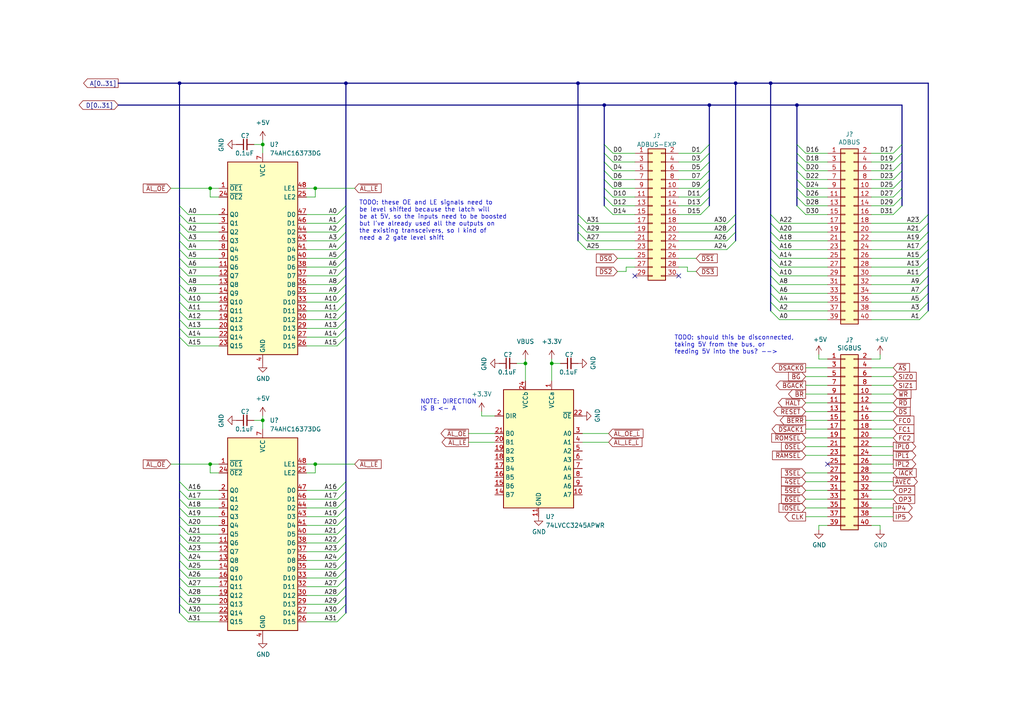
<source format=kicad_sch>
(kicad_sch (version 20211123) (generator eeschema)
  (paper "A4")
  (title_block (title "Fidget") (rev "1"))
  (junction (at 160.02 105.41))
  (junction (at 60.96 54.61))
  (junction (at 152.4 105.41))
  (junction (at 52.07 24.13))
  (junction (at 213.36 24.13))
  (junction (at 231.14 30.48))
  (junction (at 91.44 54.61))
  (junction (at 100.33 24.13))
  (junction (at 60.96 134.62))
  (junction (at 205.74 30.48))
  (junction (at 175.26 30.48))
  (junction (at 167.64 24.13))
  (junction (at 76.2 121.92))
  (junction (at 91.44 134.62))
  (junction (at 76.2 41.91))
  (junction (at 223.52 24.13))
  (no_connect (at 184.15 80.01))
  (no_connect (at 240.03 134.62))
  (no_connect (at 196.85 80.01))
  (bus_entry (at 54.61 170.18) (size -2.54 -2.54))
  (bus_entry (at 259.08 52.07) (size 2.54 -2.54))
  (bus_entry (at 97.79 82.55) (size 2.54 -2.54))
  (bus_entry (at 97.79 74.93) (size 2.54 -2.54))
  (bus_entry (at 226.06 80.01) (size -2.54 -2.54))
  (bus_entry (at 259.08 49.53) (size 2.54 -2.54))
  (bus_entry (at 177.8 49.53) (size -2.54 -2.54))
  (bus_entry (at 54.61 160.02) (size -2.54 -2.54))
  (bus_entry (at 97.79 160.02) (size 2.54 -2.54))
  (bus_entry (at 210.82 67.31) (size 2.54 -2.54))
  (bus_entry (at 54.61 180.34) (size -2.54 -2.54))
  (bus_entry (at 97.79 97.79) (size 2.54 -2.54))
  (bus_entry (at 97.79 77.47) (size 2.54 -2.54))
  (bus_entry (at 170.18 69.85) (size -2.54 -2.54))
  (bus_entry (at 226.06 64.77) (size -2.54 -2.54))
  (bus_entry (at 54.61 82.55) (size -2.54 -2.54))
  (bus_entry (at 177.8 46.99) (size -2.54 -2.54))
  (bus_entry (at 97.79 72.39) (size 2.54 -2.54))
  (bus_entry (at 54.61 62.23) (size -2.54 -2.54))
  (bus_entry (at 203.2 54.61) (size 2.54 -2.54))
  (bus_entry (at 97.79 172.72) (size 2.54 -2.54))
  (bus_entry (at 97.79 80.01) (size 2.54 -2.54))
  (bus_entry (at 226.06 85.09) (size -2.54 -2.54))
  (bus_entry (at 97.79 152.4) (size 2.54 -2.54))
  (bus_entry (at 54.61 100.33) (size -2.54 -2.54))
  (bus_entry (at 54.61 92.71) (size -2.54 -2.54))
  (bus_entry (at 177.8 57.15) (size -2.54 -2.54))
  (bus_entry (at 210.82 69.85) (size 2.54 -2.54))
  (bus_entry (at 54.61 157.48) (size -2.54 -2.54))
  (bus_entry (at 54.61 64.77) (size -2.54 -2.54))
  (bus_entry (at 259.08 44.45) (size 2.54 -2.54))
  (bus_entry (at 266.7 72.39) (size 2.54 -2.54))
  (bus_entry (at 210.82 64.77) (size 2.54 -2.54))
  (bus_entry (at 266.7 77.47) (size 2.54 -2.54))
  (bus_entry (at 266.7 64.77) (size 2.54 -2.54))
  (bus_entry (at 54.61 177.8) (size -2.54 -2.54))
  (bus_entry (at 97.79 142.24) (size 2.54 -2.54))
  (bus_entry (at 54.61 165.1) (size -2.54 -2.54))
  (bus_entry (at 266.7 87.63) (size 2.54 -2.54))
  (bus_entry (at 203.2 44.45) (size 2.54 -2.54))
  (bus_entry (at 177.8 52.07) (size -2.54 -2.54))
  (bus_entry (at 203.2 52.07) (size 2.54 -2.54))
  (bus_entry (at 266.7 74.93) (size 2.54 -2.54))
  (bus_entry (at 97.79 90.17) (size 2.54 -2.54))
  (bus_entry (at 54.61 74.93) (size -2.54 -2.54))
  (bus_entry (at 97.79 162.56) (size 2.54 -2.54))
  (bus_entry (at 170.18 72.39) (size -2.54 -2.54))
  (bus_entry (at 54.61 147.32) (size -2.54 -2.54))
  (bus_entry (at 97.79 144.78) (size 2.54 -2.54))
  (bus_entry (at 203.2 59.69) (size 2.54 -2.54))
  (bus_entry (at 203.2 62.23) (size 2.54 -2.54))
  (bus_entry (at 97.79 154.94) (size 2.54 -2.54))
  (bus_entry (at 203.2 57.15) (size 2.54 -2.54))
  (bus_entry (at 226.06 74.93) (size -2.54 -2.54))
  (bus_entry (at 233.68 57.15) (size -2.54 -2.54))
  (bus_entry (at 266.7 80.01) (size 2.54 -2.54))
  (bus_entry (at 97.79 92.71) (size 2.54 -2.54))
  (bus_entry (at 259.08 46.99) (size 2.54 -2.54))
  (bus_entry (at 54.61 95.25) (size -2.54 -2.54))
  (bus_entry (at 54.61 97.79) (size -2.54 -2.54))
  (bus_entry (at 97.79 170.18) (size 2.54 -2.54))
  (bus_entry (at 203.2 49.53) (size 2.54 -2.54))
  (bus_entry (at 210.82 72.39) (size 2.54 -2.54))
  (bus_entry (at 233.68 54.61) (size -2.54 -2.54))
  (bus_entry (at 97.79 165.1) (size 2.54 -2.54))
  (bus_entry (at 54.61 172.72) (size -2.54 -2.54))
  (bus_entry (at 226.06 82.55) (size -2.54 -2.54))
  (bus_entry (at 54.61 87.63) (size -2.54 -2.54))
  (bus_entry (at 54.61 69.85) (size -2.54 -2.54))
  (bus_entry (at 97.79 95.25) (size 2.54 -2.54))
  (bus_entry (at 97.79 69.85) (size 2.54 -2.54))
  (bus_entry (at 54.61 144.78) (size -2.54 -2.54))
  (bus_entry (at 259.08 62.23) (size 2.54 -2.54))
  (bus_entry (at 170.18 67.31) (size -2.54 -2.54))
  (bus_entry (at 97.79 167.64) (size 2.54 -2.54))
  (bus_entry (at 266.7 92.71) (size 2.54 -2.54))
  (bus_entry (at 97.79 85.09) (size 2.54 -2.54))
  (bus_entry (at 226.06 67.31) (size -2.54 -2.54))
  (bus_entry (at 233.68 59.69) (size -2.54 -2.54))
  (bus_entry (at 54.61 162.56) (size -2.54 -2.54))
  (bus_entry (at 54.61 154.94) (size -2.54 -2.54))
  (bus_entry (at 97.79 64.77) (size 2.54 -2.54))
  (bus_entry (at 54.61 77.47) (size -2.54 -2.54))
  (bus_entry (at 226.06 87.63) (size -2.54 -2.54))
  (bus_entry (at 54.61 152.4) (size -2.54 -2.54))
  (bus_entry (at 54.61 67.31) (size -2.54 -2.54))
  (bus_entry (at 233.68 46.99) (size -2.54 -2.54))
  (bus_entry (at 233.68 62.23) (size -2.54 -2.54))
  (bus_entry (at 97.79 175.26) (size 2.54 -2.54))
  (bus_entry (at 233.68 44.45) (size -2.54 -2.54))
  (bus_entry (at 97.79 149.86) (size 2.54 -2.54))
  (bus_entry (at 177.8 44.45) (size -2.54 -2.54))
  (bus_entry (at 203.2 46.99) (size 2.54 -2.54))
  (bus_entry (at 54.61 175.26) (size -2.54 -2.54))
  (bus_entry (at 266.7 82.55) (size 2.54 -2.54))
  (bus_entry (at 226.06 77.47) (size -2.54 -2.54))
  (bus_entry (at 97.79 147.32) (size 2.54 -2.54))
  (bus_entry (at 226.06 90.17) (size -2.54 -2.54))
  (bus_entry (at 233.68 49.53) (size -2.54 -2.54))
  (bus_entry (at 54.61 85.09) (size -2.54 -2.54))
  (bus_entry (at 266.7 69.85) (size 2.54 -2.54))
  (bus_entry (at 266.7 90.17) (size 2.54 -2.54))
  (bus_entry (at 97.79 87.63) (size 2.54 -2.54))
  (bus_entry (at 54.61 167.64) (size -2.54 -2.54))
  (bus_entry (at 97.79 180.34) (size 2.54 -2.54))
  (bus_entry (at 97.79 177.8) (size 2.54 -2.54))
  (bus_entry (at 177.8 59.69) (size -2.54 -2.54))
  (bus_entry (at 259.08 57.15) (size 2.54 -2.54))
  (bus_entry (at 97.79 100.33) (size 2.54 -2.54))
  (bus_entry (at 226.06 92.71) (size -2.54 -2.54))
  (bus_entry (at 54.61 149.86) (size -2.54 -2.54))
  (bus_entry (at 266.7 67.31) (size 2.54 -2.54))
  (bus_entry (at 54.61 142.24) (size -2.54 -2.54))
  (bus_entry (at 233.68 52.07) (size -2.54 -2.54))
  (bus_entry (at 177.8 54.61) (size -2.54 -2.54))
  (bus_entry (at 54.61 90.17) (size -2.54 -2.54))
  (bus_entry (at 266.7 85.09) (size 2.54 -2.54))
  (bus_entry (at 177.8 62.23) (size -2.54 -2.54))
  (bus_entry (at 97.79 62.23) (size 2.54 -2.54))
  (bus_entry (at 97.79 67.31) (size 2.54 -2.54))
  (bus_entry (at 226.06 69.85) (size -2.54 -2.54))
  (bus_entry (at 54.61 80.01) (size -2.54 -2.54))
  (bus_entry (at 97.79 157.48) (size 2.54 -2.54))
  (bus_entry (at 259.08 54.61) (size 2.54 -2.54))
  (bus_entry (at 170.18 64.77) (size -2.54 -2.54))
  (bus_entry (at 259.08 59.69) (size 2.54 -2.54))
  (bus_entry (at 226.06 72.39) (size -2.54 -2.54))
  (bus_entry (at 54.61 72.39) (size -2.54 -2.54))
  (wire (pts (xy 240.03 46.99) (xy 233.68 46.99)))
  (bus (pts (xy 52.07 157.48) (xy 52.07 160.02)))
  (bus (pts (xy 100.33 172.72) (xy 100.33 175.26)))
  (wire (pts (xy 63.5 160.02) (xy 54.61 160.02)))
  (wire (pts (xy 181.61 77.47) (xy 184.15 77.47)))
  (bus (pts (xy 269.24 85.09) (xy 269.24 87.63)))
  (bus (pts (xy 223.52 74.93) (xy 223.52 77.47)))
  (wire (pts (xy 233.68 119.38) (xy 240.03 119.38)))
  (wire (pts (xy 88.9 85.09) (xy 97.79 85.09)))
  (wire (pts (xy 259.08 57.15) (xy 252.73 57.15)))
  (bus (pts (xy 231.14 44.45) (xy 231.14 46.99)))
  (wire (pts (xy 240.03 54.61) (xy 233.68 54.61)))
  (wire (pts (xy 233.68 116.84) (xy 240.03 116.84)))
  (wire (pts (xy 54.61 170.18) (xy 63.5 170.18)))
  (wire (pts (xy 240.03 72.39) (xy 226.06 72.39)))
  (bus (pts (xy 52.07 154.94) (xy 52.07 157.48)))
  (wire (pts (xy 196.85 69.85) (xy 210.82 69.85)))
  (wire (pts (xy 252.73 46.99) (xy 259.08 46.99)))
  (bus (pts (xy 52.07 85.09) (xy 52.07 87.63)))
  (wire (pts (xy 88.9 180.34) (xy 97.79 180.34)))
  (bus (pts (xy 175.26 49.53) (xy 175.26 52.07)))
  (bus (pts (xy 223.52 62.23) (xy 223.52 64.77)))
  (wire (pts (xy 160.02 105.41) (xy 162.56 105.41)))
  (wire (pts (xy 259.08 142.24) (xy 252.73 142.24)))
  (wire (pts (xy 88.9 134.62) (xy 91.44 134.62)))
  (wire (pts (xy 88.9 64.77) (xy 97.79 64.77)))
  (wire (pts (xy 233.68 106.68) (xy 240.03 106.68)))
  (wire (pts (xy 63.5 165.1) (xy 54.61 165.1)))
  (wire (pts (xy 252.73 109.22) (xy 259.08 109.22)))
  (bus (pts (xy 100.33 85.09) (xy 100.33 87.63)))
  (bus (pts (xy 52.07 74.93) (xy 52.07 77.47)))
  (bus (pts (xy 52.07 87.63) (xy 52.07 90.17)))
  (bus (pts (xy 205.74 44.45) (xy 205.74 46.99)))
  (bus (pts (xy 167.64 62.23) (xy 167.64 64.77)))
  (wire (pts (xy 88.9 87.63) (xy 97.79 87.63)))
  (wire (pts (xy 237.49 152.4) (xy 237.49 153.67)))
  (bus (pts (xy 261.62 49.53) (xy 261.62 52.07)))
  (bus (pts (xy 100.33 97.79) (xy 100.33 139.7)))
  (bus (pts (xy 100.33 165.1) (xy 100.33 167.64)))
  (wire (pts (xy 259.08 124.46) (xy 252.73 124.46)))
  (bus (pts (xy 223.52 24.13) (xy 213.36 24.13)))
  (bus (pts (xy 269.24 72.39) (xy 269.24 74.93)))
  (bus (pts (xy 100.33 175.26) (xy 100.33 177.8)))
  (wire (pts (xy 203.2 57.15) (xy 196.85 57.15)))
  (bus (pts (xy 231.14 49.53) (xy 231.14 52.07)))
  (wire (pts (xy 139.7 120.65) (xy 143.51 120.65)))
  (wire (pts (xy 88.9 74.93) (xy 97.79 74.93)))
  (wire (pts (xy 160.02 105.41) (xy 160.02 110.49)))
  (bus (pts (xy 100.33 74.93) (xy 100.33 77.47)))
  (wire (pts (xy 196.85 59.69) (xy 203.2 59.69)))
  (wire (pts (xy 184.15 64.77) (xy 170.18 64.77)))
  (wire (pts (xy 259.08 62.23) (xy 252.73 62.23)))
  (bus (pts (xy 269.24 82.55) (xy 269.24 85.09)))
  (bus (pts (xy 100.33 170.18) (xy 100.33 172.72)))
  (wire (pts (xy 184.15 59.69) (xy 177.8 59.69)))
  (wire (pts (xy 259.08 119.38) (xy 252.73 119.38)))
  (bus (pts (xy 100.33 80.01) (xy 100.33 82.55)))
  (wire (pts (xy 88.9 165.1) (xy 97.79 165.1)))
  (wire (pts (xy 259.08 114.3) (xy 252.73 114.3)))
  (bus (pts (xy 100.33 139.7) (xy 100.33 142.24)))
  (wire (pts (xy 97.79 62.23) (xy 88.9 62.23)))
  (wire (pts (xy 54.61 82.55) (xy 63.5 82.55)))
  (bus (pts (xy 100.33 24.13) (xy 100.33 59.69)))
  (bus (pts (xy 100.33 95.25) (xy 100.33 97.79)))
  (wire (pts (xy 63.5 80.01) (xy 54.61 80.01)))
  (wire (pts (xy 88.9 154.94) (xy 97.79 154.94)))
  (wire (pts (xy 233.68 52.07) (xy 240.03 52.07)))
  (wire (pts (xy 63.5 95.25) (xy 54.61 95.25)))
  (wire (pts (xy 259.08 139.7) (xy 252.73 139.7)))
  (bus (pts (xy 261.62 46.99) (xy 261.62 49.53)))
  (wire (pts (xy 160.02 104.14) (xy 160.02 105.41)))
  (bus (pts (xy 261.62 41.91) (xy 261.62 44.45)))
  (wire (pts (xy 63.5 147.32) (xy 54.61 147.32)))
  (wire (pts (xy 97.79 69.85) (xy 88.9 69.85)))
  (wire (pts (xy 199.39 78.74) (xy 199.39 77.47)))
  (wire (pts (xy 177.8 52.07) (xy 184.15 52.07)))
  (bus (pts (xy 34.29 30.48) (xy 175.26 30.48)))
  (wire (pts (xy 210.82 64.77) (xy 196.85 64.77)))
  (wire (pts (xy 88.9 77.47) (xy 97.79 77.47)))
  (wire (pts (xy 149.86 105.41) (xy 152.4 105.41)))
  (bus (pts (xy 167.64 67.31) (xy 167.64 69.85)))
  (wire (pts (xy 54.61 162.56) (xy 63.5 162.56)))
  (wire (pts (xy 88.9 160.02) (xy 97.79 160.02)))
  (bus (pts (xy 269.24 24.13) (xy 269.24 62.23)))
  (wire (pts (xy 237.49 102.87) (xy 237.49 104.14)))
  (wire (pts (xy 259.08 134.62) (xy 252.73 134.62)))
  (wire (pts (xy 63.5 67.31) (xy 54.61 67.31)))
  (wire (pts (xy 88.9 167.64) (xy 97.79 167.64)))
  (bus (pts (xy 52.07 147.32) (xy 52.07 149.86)))
  (wire (pts (xy 152.4 105.41) (xy 152.4 110.49)))
  (bus (pts (xy 100.33 144.78) (xy 100.33 147.32)))
  (wire (pts (xy 63.5 177.8) (xy 54.61 177.8)))
  (wire (pts (xy 60.96 54.61) (xy 49.53 54.61)))
  (bus (pts (xy 52.07 160.02) (xy 52.07 162.56)))
  (wire (pts (xy 210.82 67.31) (xy 196.85 67.31)))
  (bus (pts (xy 231.14 52.07) (xy 231.14 54.61)))
  (bus (pts (xy 52.07 24.13) (xy 100.33 24.13)))
  (wire (pts (xy 88.9 80.01) (xy 97.79 80.01)))
  (wire (pts (xy 240.03 57.15) (xy 233.68 57.15)))
  (wire (pts (xy 266.7 92.71) (xy 252.73 92.71)))
  (bus (pts (xy 269.24 80.01) (xy 269.24 82.55)))
  (wire (pts (xy 143.51 128.27) (xy 135.89 128.27)))
  (wire (pts (xy 233.68 44.45) (xy 240.03 44.45)))
  (bus (pts (xy 100.33 149.86) (xy 100.33 152.4)))
  (wire (pts (xy 60.96 54.61) (xy 63.5 54.61)))
  (wire (pts (xy 259.08 121.92) (xy 252.73 121.92)))
  (wire (pts (xy 63.5 77.47) (xy 54.61 77.47)))
  (wire (pts (xy 240.03 82.55) (xy 226.06 82.55)))
  (wire (pts (xy 233.68 129.54) (xy 240.03 129.54)))
  (wire (pts (xy 233.68 149.86) (xy 240.03 149.86)))
  (bus (pts (xy 231.14 30.48) (xy 205.74 30.48)))
  (wire (pts (xy 60.96 137.16) (xy 63.5 137.16)))
  (bus (pts (xy 269.24 67.31) (xy 269.24 69.85)))
  (wire (pts (xy 60.96 54.61) (xy 60.96 57.15)))
  (wire (pts (xy 259.08 149.86) (xy 252.73 149.86)))
  (wire (pts (xy 266.7 64.77) (xy 252.73 64.77)))
  (wire (pts (xy 88.9 144.78) (xy 97.79 144.78)))
  (bus (pts (xy 223.52 64.77) (xy 223.52 67.31)))
  (wire (pts (xy 252.73 59.69) (xy 259.08 59.69)))
  (wire (pts (xy 88.9 157.48) (xy 97.79 157.48)))
  (wire (pts (xy 63.5 87.63) (xy 54.61 87.63)))
  (wire (pts (xy 76.2 40.64) (xy 76.2 41.91)))
  (wire (pts (xy 63.5 154.94) (xy 54.61 154.94)))
  (wire (pts (xy 97.79 82.55) (xy 88.9 82.55)))
  (bus (pts (xy 52.07 167.64) (xy 52.07 170.18)))
  (wire (pts (xy 252.73 147.32) (xy 259.08 147.32)))
  (bus (pts (xy 175.26 52.07) (xy 175.26 54.61)))
  (wire (pts (xy 88.9 177.8) (xy 97.79 177.8)))
  (wire (pts (xy 240.03 152.4) (xy 237.49 152.4)))
  (wire (pts (xy 196.85 54.61) (xy 203.2 54.61)))
  (wire (pts (xy 203.2 62.23) (xy 196.85 62.23)))
  (wire (pts (xy 252.73 116.84) (xy 259.08 116.84)))
  (wire (pts (xy 255.27 152.4) (xy 255.27 153.67)))
  (wire (pts (xy 184.15 46.99) (xy 177.8 46.99)))
  (wire (pts (xy 259.08 44.45) (xy 252.73 44.45)))
  (bus (pts (xy 213.36 64.77) (xy 213.36 67.31)))
  (bus (pts (xy 52.07 170.18) (xy 52.07 172.72)))
  (bus (pts (xy 205.74 49.53) (xy 205.74 52.07)))
  (wire (pts (xy 91.44 134.62) (xy 102.87 134.62)))
  (bus (pts (xy 52.07 24.13) (xy 52.07 59.69)))
  (wire (pts (xy 240.03 67.31) (xy 226.06 67.31)))
  (wire (pts (xy 240.03 69.85) (xy 226.06 69.85)))
  (wire (pts (xy 143.51 125.73) (xy 135.89 125.73)))
  (wire (pts (xy 259.08 49.53) (xy 252.73 49.53)))
  (wire (pts (xy 237.49 104.14) (xy 240.03 104.14)))
  (bus (pts (xy 100.33 69.85) (xy 100.33 72.39)))
  (wire (pts (xy 201.93 78.74) (xy 199.39 78.74)))
  (wire (pts (xy 88.9 175.26) (xy 97.79 175.26)))
  (wire (pts (xy 91.44 54.61) (xy 102.87 54.61)))
  (bus (pts (xy 223.52 80.01) (xy 223.52 82.55)))
  (wire (pts (xy 233.68 127) (xy 240.03 127)))
  (bus (pts (xy 269.24 77.47) (xy 269.24 80.01)))
  (wire (pts (xy 63.5 152.4) (xy 54.61 152.4)))
  (wire (pts (xy 184.15 57.15) (xy 177.8 57.15)))
  (bus (pts (xy 261.62 52.07) (xy 261.62 54.61)))
  (wire (pts (xy 240.03 62.23) (xy 233.68 62.23)))
  (wire (pts (xy 240.03 132.08) (xy 233.68 132.08)))
  (bus (pts (xy 205.74 54.61) (xy 205.74 57.15)))
  (bus (pts (xy 223.52 72.39) (xy 223.52 74.93)))
  (bus (pts (xy 52.07 80.01) (xy 52.07 82.55)))
  (wire (pts (xy 88.9 72.39) (xy 97.79 72.39)))
  (bus (pts (xy 175.26 57.15) (xy 175.26 59.69)))
  (wire (pts (xy 259.08 132.08) (xy 252.73 132.08)))
  (wire (pts (xy 240.03 80.01) (xy 226.06 80.01)))
  (wire (pts (xy 63.5 157.48) (xy 54.61 157.48)))
  (bus (pts (xy 100.33 59.69) (xy 100.33 62.23)))
  (wire (pts (xy 88.9 92.71) (xy 97.79 92.71)))
  (bus (pts (xy 52.07 62.23) (xy 52.07 64.77)))
  (bus (pts (xy 100.33 72.39) (xy 100.33 74.93)))
  (bus (pts (xy 205.74 52.07) (xy 205.74 54.61)))
  (wire (pts (xy 259.08 129.54) (xy 252.73 129.54)))
  (bus (pts (xy 100.33 154.94) (xy 100.33 157.48)))
  (wire (pts (xy 184.15 49.53) (xy 177.8 49.53)))
  (bus (pts (xy 223.52 87.63) (xy 223.52 90.17)))
  (bus (pts (xy 175.26 46.99) (xy 175.26 49.53)))
  (wire (pts (xy 259.08 52.07) (xy 252.73 52.07)))
  (wire (pts (xy 184.15 72.39) (xy 170.18 72.39)))
  (wire (pts (xy 60.96 134.62) (xy 60.96 137.16)))
  (wire (pts (xy 252.73 104.14) (xy 255.27 104.14)))
  (wire (pts (xy 54.61 62.23) (xy 63.5 62.23)))
  (bus (pts (xy 52.07 67.31) (xy 52.07 69.85)))
  (wire (pts (xy 76.2 121.92) (xy 76.2 124.46)))
  (wire (pts (xy 63.5 172.72) (xy 54.61 172.72)))
  (bus (pts (xy 175.26 54.61) (xy 175.26 57.15)))
  (wire (pts (xy 63.5 92.71) (xy 54.61 92.71)))
  (wire (pts (xy 63.5 100.33) (xy 54.61 100.33)))
  (bus (pts (xy 34.29 24.13) (xy 52.07 24.13)))
  (wire (pts (xy 252.73 54.61) (xy 259.08 54.61)))
  (bus (pts (xy 231.14 57.15) (xy 231.14 59.69)))
  (bus (pts (xy 52.07 64.77) (xy 52.07 67.31)))
  (wire (pts (xy 255.27 104.14) (xy 255.27 102.87)))
  (bus (pts (xy 175.26 30.48) (xy 175.26 41.91)))
  (bus (pts (xy 213.36 67.31) (xy 213.36 69.85)))
  (bus (pts (xy 205.74 57.15) (xy 205.74 59.69)))
  (bus (pts (xy 213.36 24.13) (xy 167.64 24.13)))
  (bus (pts (xy 269.24 64.77) (xy 269.24 67.31)))
  (wire (pts (xy 168.91 125.73) (xy 176.53 125.73)))
  (bus (pts (xy 231.14 54.61) (xy 231.14 57.15)))
  (bus (pts (xy 261.62 54.61) (xy 261.62 57.15)))
  (wire (pts (xy 54.61 69.85) (xy 63.5 69.85)))
  (wire (pts (xy 196.85 74.93) (xy 201.93 74.93)))
  (wire (pts (xy 184.15 62.23) (xy 177.8 62.23)))
  (bus (pts (xy 52.07 77.47) (xy 52.07 80.01)))
  (wire (pts (xy 240.03 109.22) (xy 233.68 109.22)))
  (wire (pts (xy 63.5 144.78) (xy 54.61 144.78)))
  (wire (pts (xy 240.03 87.63) (xy 226.06 87.63)))
  (bus (pts (xy 52.07 82.55) (xy 52.07 85.09)))
  (bus (pts (xy 52.07 175.26) (xy 52.07 177.8)))
  (bus (pts (xy 100.33 152.4) (xy 100.33 154.94)))
  (wire (pts (xy 240.03 92.71) (xy 226.06 92.71)))
  (bus (pts (xy 223.52 85.09) (xy 223.52 87.63)))
  (bus (pts (xy 52.07 95.25) (xy 52.07 97.79)))
  (bus (pts (xy 52.07 142.24) (xy 52.07 144.78)))
  (wire (pts (xy 91.44 57.15) (xy 91.44 54.61)))
  (wire (pts (xy 88.9 100.33) (xy 97.79 100.33)))
  (wire (pts (xy 88.9 152.4) (xy 97.79 152.4)))
  (bus (pts (xy 52.07 59.69) (xy 52.07 62.23)))
  (wire (pts (xy 63.5 167.64) (xy 54.61 167.64)))
  (bus (pts (xy 205.74 41.91) (xy 205.74 44.45)))
  (bus (pts (xy 175.26 44.45) (xy 175.26 46.99)))
  (bus (pts (xy 52.07 165.1) (xy 52.07 167.64)))
  (bus (pts (xy 52.07 69.85) (xy 52.07 72.39)))
  (wire (pts (xy 179.07 74.93) (xy 184.15 74.93)))
  (wire (pts (xy 63.5 72.39) (xy 54.61 72.39)))
  (bus (pts (xy 52.07 172.72) (xy 52.07 175.26)))
  (wire (pts (xy 240.03 74.93) (xy 226.06 74.93)))
  (wire (pts (xy 97.79 142.24) (xy 88.9 142.24)))
  (wire (pts (xy 233.68 139.7) (xy 240.03 139.7)))
  (bus (pts (xy 100.33 167.64) (xy 100.33 170.18)))
  (bus (pts (xy 261.62 57.15) (xy 261.62 59.69)))
  (wire (pts (xy 63.5 85.09) (xy 54.61 85.09)))
  (bus (pts (xy 223.52 69.85) (xy 223.52 72.39)))
  (wire (pts (xy 97.79 170.18) (xy 88.9 170.18)))
  (wire (pts (xy 63.5 64.77) (xy 54.61 64.77)))
  (wire (pts (xy 88.9 57.15) (xy 91.44 57.15)))
  (wire (pts (xy 210.82 72.39) (xy 196.85 72.39)))
  (bus (pts (xy 52.07 149.86) (xy 52.07 152.4)))
  (bus (pts (xy 231.14 41.91) (xy 231.14 44.45)))
  (wire (pts (xy 54.61 149.86) (xy 63.5 149.86)))
  (wire (pts (xy 252.73 127) (xy 259.08 127)))
  (bus (pts (xy 231.14 30.48) (xy 231.14 41.91)))
  (wire (pts (xy 240.03 49.53) (xy 233.68 49.53)))
  (wire (pts (xy 73.66 41.91) (xy 76.2 41.91)))
  (bus (pts (xy 223.52 82.55) (xy 223.52 85.09)))
  (wire (pts (xy 63.5 180.34) (xy 54.61 180.34)))
  (wire (pts (xy 63.5 74.93) (xy 54.61 74.93)))
  (wire (pts (xy 91.44 137.16) (xy 91.44 134.62)))
  (bus (pts (xy 269.24 74.93) (xy 269.24 77.47)))
  (wire (pts (xy 240.03 59.69) (xy 233.68 59.69)))
  (wire (pts (xy 240.03 142.24) (xy 233.68 142.24)))
  (wire (pts (xy 60.96 57.15) (xy 63.5 57.15)))
  (wire (pts (xy 139.7 119.38) (xy 139.7 120.65)))
  (bus (pts (xy 261.62 44.45) (xy 261.62 46.99)))
  (wire (pts (xy 266.7 85.09) (xy 252.73 85.09)))
  (bus (pts (xy 100.33 147.32) (xy 100.33 149.86)))
  (bus (pts (xy 100.33 142.24) (xy 100.33 144.78)))
  (bus (pts (xy 52.07 162.56) (xy 52.07 165.1)))
  (wire (pts (xy 63.5 175.26) (xy 54.61 175.26)))
  (wire (pts (xy 203.2 49.53) (xy 196.85 49.53)))
  (wire (pts (xy 252.73 152.4) (xy 255.27 152.4)))
  (wire (pts (xy 233.68 144.78) (xy 240.03 144.78)))
  (wire (pts (xy 97.79 162.56) (xy 88.9 162.56)))
  (bus (pts (xy 100.33 90.17) (xy 100.33 92.71)))
  (wire (pts (xy 203.2 44.45) (xy 196.85 44.45)))
  (bus (pts (xy 100.33 162.56) (xy 100.33 165.1)))
  (wire (pts (xy 240.03 114.3) (xy 233.68 114.3)))
  (bus (pts (xy 231.14 30.48) (xy 261.62 30.48)))
  (bus (pts (xy 100.33 77.47) (xy 100.33 80.01)))
  (wire (pts (xy 252.73 74.93) (xy 266.7 74.93)))
  (bus (pts (xy 205.74 30.48) (xy 205.74 41.91)))
  (bus (pts (xy 100.33 62.23) (xy 100.33 64.77)))
  (bus (pts (xy 223.52 24.13) (xy 223.52 62.23)))
  (wire (pts (xy 63.5 97.79) (xy 54.61 97.79)))
  (wire (pts (xy 252.73 90.17) (xy 266.7 90.17)))
  (bus (pts (xy 175.26 41.91) (xy 175.26 44.45)))
  (wire (pts (xy 88.9 95.25) (xy 97.79 95.25)))
  (bus (pts (xy 52.07 92.71) (xy 52.07 95.25)))
  (wire (pts (xy 240.03 137.16) (xy 233.68 137.16)))
  (wire (pts (xy 266.7 77.47) (xy 252.73 77.47)))
  (wire (pts (xy 54.61 142.24) (xy 63.5 142.24)))
  (wire (pts (xy 196.85 46.99) (xy 203.2 46.99)))
  (wire (pts (xy 88.9 147.32) (xy 97.79 147.32)))
  (bus (pts (xy 52.07 72.39) (xy 52.07 74.93)))
  (wire (pts (xy 233.68 124.46) (xy 240.03 124.46)))
  (bus (pts (xy 100.33 24.13) (xy 167.64 24.13)))
  (wire (pts (xy 259.08 137.16) (xy 252.73 137.16)))
  (bus (pts (xy 52.07 152.4) (xy 52.07 154.94)))
  (bus (pts (xy 261.62 30.48) (xy 261.62 41.91)))
  (bus (pts (xy 269.24 62.23) (xy 269.24 64.77)))
  (wire (pts (xy 184.15 67.31) (xy 170.18 67.31)))
  (wire (pts (xy 76.2 41.91) (xy 76.2 44.45)))
  (bus (pts (xy 52.07 139.7) (xy 52.07 142.24)))
  (wire (pts (xy 266.7 69.85) (xy 252.73 69.85)))
  (bus (pts (xy 223.52 77.47) (xy 223.52 80.01)))
  (wire (pts (xy 240.03 121.92) (xy 233.68 121.92)))
  (bus (pts (xy 223.52 67.31) (xy 223.52 69.85)))
  (wire (pts (xy 240.03 147.32) (xy 233.68 147.32)))
  (wire (pts (xy 252.73 82.55) (xy 266.7 82.55)))
  (bus (pts (xy 52.07 90.17) (xy 52.07 92.71)))
  (wire (pts (xy 88.9 172.72) (xy 97.79 172.72)))
  (bus (pts (xy 269.24 87.63) (xy 269.24 90.17)))
  (wire (pts (xy 184.15 69.85) (xy 170.18 69.85)))
  (bus (pts (xy 100.33 82.55) (xy 100.33 85.09)))
  (wire (pts (xy 266.7 72.39) (xy 252.73 72.39)))
  (bus (pts (xy 167.64 64.77) (xy 167.64 67.31)))
  (wire (pts (xy 97.79 149.86) (xy 88.9 149.86)))
  (wire (pts (xy 233.68 111.76) (xy 240.03 111.76)))
  (bus (pts (xy 100.33 92.71) (xy 100.33 95.25)))
  (bus (pts (xy 205.74 46.99) (xy 205.74 49.53)))
  (wire (pts (xy 240.03 77.47) (xy 226.06 77.47)))
  (wire (pts (xy 88.9 137.16) (xy 91.44 137.16)))
  (wire (pts (xy 266.7 87.63) (xy 252.73 87.63)))
  (wire (pts (xy 88.9 97.79) (xy 97.79 97.79)))
  (wire (pts (xy 76.2 120.65) (xy 76.2 121.92)))
  (wire (pts (xy 179.07 78.74) (xy 181.61 78.74)))
  (wire (pts (xy 97.79 90.17) (xy 88.9 90.17)))
  (wire (pts (xy 88.9 67.31) (xy 97.79 67.31)))
  (wire (pts (xy 252.73 67.31) (xy 266.7 67.31)))
  (wire (pts (xy 88.9 54.61) (xy 91.44 54.61)))
  (bus (pts (xy 213.36 62.23) (xy 213.36 64.77)))
  (bus (pts (xy 231.14 46.99) (xy 231.14 49.53)))
  (wire (pts (xy 266.7 80.01) (xy 252.73 80.01)))
  (bus (pts (xy 223.52 24.13) (xy 269.24 24.13)))
  (wire (pts (xy 54.61 90.17) (xy 63.5 90.17)))
  (bus (pts (xy 100.33 67.31) (xy 100.33 69.85)))
  (wire (pts (xy 240.03 85.09) (xy 226.06 85.09)))
  (bus (pts (xy 213.36 24.13) (xy 213.36 62.23)))
  (wire (pts (xy 252.73 106.68) (xy 259.08 106.68)))
  (wire (pts (xy 240.03 64.77) (xy 226.06 64.77)))
  (wire (pts (xy 203.2 52.07) (xy 196.85 52.07)))
  (wire (pts (xy 240.03 90.17) (xy 226.06 90.17)))
  (wire (pts (xy 60.96 134.62) (xy 63.5 134.62)))
  (bus (pts (xy 167.64 24.13) (xy 167.64 62.23)))
  (wire (pts (xy 199.39 77.47) (xy 196.85 77.47)))
  (wire (pts (xy 181.61 78.74) (xy 181.61 77.47)))
  (wire (pts (xy 259.08 144.78) (xy 252.73 144.78)))
  (bus (pts (xy 52.07 144.78) (xy 52.07 147.32)))
  (wire (pts (xy 73.66 121.92) (xy 76.2 121.92)))
  (bus (pts (xy 100.33 64.77) (xy 100.33 67.31)))
  (bus (pts (xy 100.33 87.63) (xy 100.33 90.17)))
  (wire (pts (xy 184.15 54.61) (xy 177.8 54.61)))
  (wire (pts (xy 252.73 111.76) (xy 259.08 111.76)))
  (wire (pts (xy 168.91 128.27) (xy 176.53 128.27)))
  (wire (pts (xy 152.4 104.14) (xy 152.4 105.41)))
  (bus (pts (xy 100.33 160.02) (xy 100.33 162.56)))
  (bus (pts (xy 269.24 69.85) (xy 269.24 72.39)))
  (wire (pts (xy 177.8 44.45) (xy 184.15 44.45)))
  (bus (pts (xy 52.07 97.79) (xy 52.07 139.7)))
  (bus (pts (xy 100.33 157.48) (xy 100.33 160.02)))
  (wire (pts (xy 60.96 134.62) (xy 49.53 134.62)))
  (bus (pts (xy 205.74 30.48) (xy 175.26 30.48)))
  (text "TODO: these OE and LE signals need to\nbe level shifted because the latch will\nbe at 5V, so the inputs need to be boosted\nbut I've already used all the outputs on\nthe existing transceivers, so I kind of\nneed a 2 gate level shift" (at 104.14 69.85 0) (effects (font (size 1.27 1.27)) (justify left bottom)))
  (text "NOTE: DIRECTION\nIS B <- A" (at 121.92 119.38 0) (effects (font (size 1.27 1.27)) (justify left bottom)))
  (text "TODO: should this be disconnected,\ntaking 5V from the bus, or\nfeeding 5V into the bus? -->" (at 195.58 102.87 0) (effects (font (size 1.27 1.27)) (justify left bottom)))
  (label "A15" (at 97.79 100.33 180))
  (label "A25" (at 54.61 165.1 0))
  (label "D9" (at 203.2 54.61 180))
  (label "A26" (at 54.61 167.64 0))
  (label "D8" (at 177.8 54.61 0))
  (label "A27" (at 97.79 170.18 180))
  (label "D26" (at 233.68 57.15 0))
  (label "A15" (at 266.7 74.93 180))
  (label "A1" (at 97.79 64.77 180))
  (label "A19" (at 54.61 149.86 0))
  (label "A12" (at 97.79 92.71 180))
  (label "A29" (at 54.61 175.26 0))
  (label "A11" (at 54.61 90.17 0))
  (label "A30" (at 54.61 177.8 0))
  (label "A28" (at 54.61 172.72 0))
  (label "A31" (at 54.61 180.34 0))
  (label "A28" (at 210.82 67.31 180))
  (label "D25" (at 259.08 54.61 180))
  (label "D17" (at 259.08 44.45 180))
  (label "A25" (at 170.18 72.39 0))
  (label "A5" (at 54.61 74.93 0))
  (label "D22" (at 233.68 52.07 0))
  (label "A7" (at 97.79 80.01 180))
  (label "A26" (at 97.79 167.64 180))
  (label "D30" (at 233.68 62.23 0))
  (label "A3" (at 54.61 69.85 0))
  (label "A1" (at 54.61 64.77 0))
  (label "A15" (at 54.61 100.33 0))
  (label "A4" (at 97.79 72.39 180))
  (label "A14" (at 226.06 74.93 0))
  (label "A23" (at 266.7 64.77 180))
  (label "D1" (at 203.2 44.45 180))
  (label "A10" (at 226.06 80.01 0))
  (label "A29" (at 170.18 67.31 0))
  (label "D24" (at 233.68 54.61 0))
  (label "A21" (at 54.61 154.94 0))
  (label "D27" (at 259.08 57.15 180))
  (label "D16" (at 233.68 44.45 0))
  (label "A9" (at 54.61 85.09 0))
  (label "D12" (at 177.8 59.69 0))
  (label "A11" (at 266.7 80.01 180))
  (label "A5" (at 97.79 74.93 180))
  (label "A8" (at 226.06 82.55 0))
  (label "A24" (at 97.79 162.56 180))
  (label "A24" (at 54.61 162.56 0))
  (label "A27" (at 170.18 69.85 0))
  (label "A23" (at 97.79 160.02 180))
  (label "A11" (at 97.79 90.17 180))
  (label "A16" (at 54.61 142.24 0))
  (label "D31" (at 259.08 62.23 180))
  (label "A20" (at 226.06 67.31 0))
  (label "A19" (at 266.7 69.85 180))
  (label "A28" (at 97.79 172.72 180))
  (label "A0" (at 226.06 92.71 0))
  (label "D2" (at 177.8 46.99 0))
  (label "A5" (at 266.7 87.63 180))
  (label "A8" (at 97.79 82.55 180))
  (label "A18" (at 226.06 69.85 0))
  (label "A27" (at 54.61 170.18 0))
  (label "A0" (at 97.79 62.23 180))
  (label "A26" (at 210.82 69.85 180))
  (label "A6" (at 97.79 77.47 180))
  (label "D18" (at 233.68 46.99 0))
  (label "A4" (at 54.61 72.39 0))
  (label "A31" (at 170.18 64.77 0))
  (label "A6" (at 226.06 85.09 0))
  (label "A0" (at 54.61 62.23 0))
  (label "A10" (at 54.61 87.63 0))
  (label "D0" (at 177.8 44.45 0))
  (label "A22" (at 226.06 64.77 0))
  (label "A17" (at 266.7 72.39 180))
  (label "A17" (at 97.79 144.78 180))
  (label "D23" (at 259.08 52.07 180))
  (label "A9" (at 97.79 85.09 180))
  (label "A13" (at 97.79 95.25 180))
  (label "A29" (at 97.79 175.26 180))
  (label "D14" (at 177.8 62.23 0))
  (label "D19" (at 259.08 46.99 180))
  (label "D10" (at 177.8 57.15 0))
  (label "A21" (at 97.79 154.94 180))
  (label "A31" (at 97.79 180.34 180))
  (label "A3" (at 97.79 69.85 180))
  (label "A25" (at 97.79 165.1 180))
  (label "A6" (at 54.61 77.47 0))
  (label "A13" (at 266.7 77.47 180))
  (label "A21" (at 266.7 67.31 180))
  (label "D21" (at 259.08 49.53 180))
  (label "A16" (at 226.06 72.39 0))
  (label "D13" (at 203.2 59.69 180))
  (label "A3" (at 266.7 90.17 180))
  (label "A7" (at 266.7 85.09 180))
  (label "A19" (at 97.79 149.86 180))
  (label "D11" (at 203.2 57.15 180))
  (label "A20" (at 54.61 152.4 0))
  (label "A24" (at 210.82 72.39 180))
  (label "A16" (at 97.79 142.24 180))
  (label "A12" (at 54.61 92.71 0))
  (label "A4" (at 226.06 87.63 0))
  (label "D4" (at 177.8 49.53 0))
  (label "D3" (at 203.2 46.99 180))
  (label "D29" (at 259.08 59.69 180))
  (label "A13" (at 54.61 95.25 0))
  (label "A30" (at 97.79 177.8 180))
  (label "D28" (at 233.68 59.69 0))
  (label "A23" (at 54.61 160.02 0))
  (label "A20" (at 97.79 152.4 180))
  (label "A30" (at 210.82 64.77 180))
  (label "A10" (at 97.79 87.63 180))
  (label "D7" (at 203.2 52.07 180))
  (label "D15" (at 203.2 62.23 180))
  (label "D20" (at 233.68 49.53 0))
  (label "A12" (at 226.06 77.47 0))
  (label "A18" (at 97.79 147.32 180))
  (label "A22" (at 54.61 157.48 0))
  (label "A9" (at 266.7 82.55 180))
  (label "A8" (at 54.61 82.55 0))
  (label "A18" (at 54.61 147.32 0))
  (label "A22" (at 97.79 157.48 180))
  (label "D6" (at 177.8 52.07 0))
  (label "A1" (at 266.7 92.71 180))
  (label "A14" (at 54.61 97.79 0))
  (label "A17" (at 54.61 144.78 0))
  (label "A2" (at 97.79 67.31 180))
  (label "A7" (at 54.61 80.01 0))
  (label "A14" (at 97.79 97.79 180))
  (label "A2" (at 226.06 90.17 0))
  (label "D5" (at 203.2 49.53 180))
  (label "A2" (at 54.61 67.31 0))
  (global_label "OP2" (shape input) (at 259.08 142.24 0) (property "Intersheet References" "${INTERSHEET_REFS}" (effects hide)))
  (global_label "A[0..31]" (shape output) (at 34.29 24.13 180) (property "Intersheet References" "${INTERSHEET_REFS}" (effects hide)))
  (global_label "~{AL_LE}" (shape input) (at 102.87 134.62 0) (property "Intersheet References" "${INTERSHEET_REFS}" (effects hide)))
  (global_label "~{DS}" (shape input) (at 259.08 119.38 0) (property "Intersheet References" "${INTERSHEET_REFS}" (effects hide)))
  (global_label "FC2" (shape input) (at 259.08 127 0) (property "Intersheet References" "${INTERSHEET_REFS}" (effects hide)))
  (global_label "OP3" (shape input) (at 259.08 144.78 0) (property "Intersheet References" "${INTERSHEET_REFS}" (effects hide)))
  (global_label "FC1" (shape input) (at 259.08 124.46 0) (property "Intersheet References" "${INTERSHEET_REFS}" (effects hide)))
  (global_label "FC0" (shape input) (at 259.08 121.92 0) (property "Intersheet References" "${INTERSHEET_REFS}" (effects hide)))
  (global_label "SIZ1" (shape input) (at 259.08 111.76 0) (property "Intersheet References" "${INTERSHEET_REFS}" (effects hide)))
  (global_label "~{5SEL}" (shape input) (at 233.68 142.24 180) (property "Intersheet References" "${INTERSHEET_REFS}" (effects hide)))
  (global_label "~{3SEL}" (shape input) (at 233.68 137.16 180) (property "Intersheet References" "${INTERSHEET_REFS}" (effects hide)))
  (global_label "~{AL_LE_L}" (shape input) (at 176.53 128.27 0) (property "Intersheet References" "${INTERSHEET_REFS}" (effects hide)))
  (global_label "~{AL_OE}" (shape output) (at 135.89 125.73 180) (property "Intersheet References" "${INTERSHEET_REFS}" (effects hide)))
  (global_label "~{AL_LE}" (shape output) (at 135.89 128.27 180) (property "Intersheet References" "${INTERSHEET_REFS}" (effects hide)))
  (global_label "~{ROMSEL}" (shape input) (at 233.68 127 180) (property "Intersheet References" "${INTERSHEET_REFS}" (effects hide)))
  (global_label "IP5" (shape output) (at 259.08 149.86 0) (property "Intersheet References" "${INTERSHEET_REFS}" (effects hide)))
  (global_label "IP4" (shape output) (at 259.08 147.32 0) (property "Intersheet References" "${INTERSHEET_REFS}" (effects hide)))
  (global_label "~{HALT}" (shape bidirectional) (at 233.68 116.84 180) (property "Intersheet References" "${INTERSHEET_REFS}" (effects hide)))
  (global_label "~{DS2}" (shape input) (at 179.07 78.74 180) (property "Intersheet References" "${INTERSHEET_REFS}" (effects hide)))
  (global_label "~{BR}" (shape output) (at 233.68 114.3 180) (property "Intersheet References" "${INTERSHEET_REFS}" (effects hide)))
  (global_label "~{BERR}" (shape output) (at 233.68 121.92 180) (property "Intersheet References" "${INTERSHEET_REFS}" (effects hide)))
  (global_label "~{DSACK1}" (shape output) (at 233.68 124.46 180) (property "Intersheet References" "${INTERSHEET_REFS}" (effects hide)))
  (global_label "~{6SEL}" (shape input) (at 233.68 144.78 180) (property "Intersheet References" "${INTERSHEET_REFS}" (effects hide)))
  (global_label "D[0..31]" (shape bidirectional) (at 34.29 30.48 180) (property "Intersheet References" "${INTERSHEET_REFS}" (effects hide)))
  (global_label "~{IPL2}" (shape output) (at 259.08 134.62 0) (property "Intersheet References" "${INTERSHEET_REFS}" (effects hide)))
  (global_label "~{AL_LE}" (shape input) (at 102.87 54.61 0) (property "Intersheet References" "${INTERSHEET_REFS}" (effects hide)))
  (global_label "~{IACK}" (shape input) (at 259.08 137.16 0) (property "Intersheet References" "${INTERSHEET_REFS}" (effects hide)))
  (global_label "~{AL_OE}" (shape input) (at 49.53 54.61 180) (property "Intersheet References" "${INTERSHEET_REFS}" (effects hide)))
  (global_label "~{RD}" (shape input) (at 259.08 116.84 0) (property "Intersheet References" "${INTERSHEET_REFS}" (effects hide)))
  (global_label "~{BGACK}" (shape output) (at 233.68 111.76 180) (property "Intersheet References" "${INTERSHEET_REFS}" (effects hide)))
  (global_label "~{IOSEL}" (shape input) (at 233.68 147.32 180) (property "Intersheet References" "${INTERSHEET_REFS}" (effects hide)))
  (global_label "~{WR}" (shape input) (at 259.08 114.3 0) (property "Intersheet References" "${INTERSHEET_REFS}" (effects hide)))
  (global_label "~{RESET}" (shape bidirectional) (at 233.68 119.38 180) (property "Intersheet References" "${INTERSHEET_REFS}" (effects hide)))
  (global_label "~{BG}" (shape input) (at 233.68 109.22 180) (property "Intersheet References" "${INTERSHEET_REFS}" (effects hide)))
  (global_label "~{DS3}" (shape input) (at 201.93 78.74 0) (property "Intersheet References" "${INTERSHEET_REFS}" (effects hide)))
  (global_label "~{AL_OE_L}" (shape input) (at 176.53 125.73 0) (property "Intersheet References" "${INTERSHEET_REFS}" (effects hide)))
  (global_label "SIZ0" (shape input) (at 259.08 109.22 0) (property "Intersheet References" "${INTERSHEET_REFS}" (effects hide)))
  (global_label "~{IPL0}" (shape output) (at 259.08 129.54 0) (property "Intersheet References" "${INTERSHEET_REFS}" (effects hide)))
  (global_label "~{DS1}" (shape input) (at 201.93 74.93 0) (property "Intersheet References" "${INTERSHEET_REFS}" (effects hide)))
  (global_label "~{4SEL}" (shape input) (at 233.68 139.7 180) (property "Intersheet References" "${INTERSHEET_REFS}" (effects hide)))
  (global_label "~{DS0}" (shape input) (at 179.07 74.93 180) (property "Intersheet References" "${INTERSHEET_REFS}" (effects hide)))
  (global_label "~{0SEL}" (shape input) (at 233.68 129.54 180) (property "Intersheet References" "${INTERSHEET_REFS}" (effects hide)))
  (global_label "~{AL_OE}" (shape input) (at 49.53 134.62 180) (property "Intersheet References" "${INTERSHEET_REFS}" (effects hide)))
  (global_label "~{AS}" (shape input) (at 259.08 106.68 0) (property "Intersheet References" "${INTERSHEET_REFS}" (effects hide)))
  (global_label "~{AVEC}" (shape output) (at 259.08 139.7 0) (property "Intersheet References" "${INTERSHEET_REFS}" (effects hide)))
  (global_label "~{DSACK0}" (shape output) (at 233.68 106.68 180) (property "Intersheet References" "${INTERSHEET_REFS}" (effects hide)))
  (global_label "~{IPL1}" (shape output) (at 259.08 132.08 0) (property "Intersheet References" "${INTERSHEET_REFS}" (effects hide)))
  (global_label "~{RAMSEL}" (shape input) (at 233.68 132.08 180) (property "Intersheet References" "${INTERSHEET_REFS}" (effects hide)))
  (global_label "CLK" (shape output) (at 233.68 149.86 180) (property "Intersheet References" "${INTERSHEET_REFS}" (effects hide)))
  (symbol (lib_id "power:+5V") (at 76.2 40.64 0) (unit 1)
    (property "Reference" "#PWR0190" (effects hide))
    (property "Value" "+5V" (at 76.2 35.56 0))
  )
  (symbol (lib_id "power:GND") (at 168.91 120.65 90) (unit 1)
    (property "Reference" "#PWR0196" (effects hide))
    (property "Value" "GND" (at 173.3042 120.523 0))
  )
  (symbol (lib_id "power:+3.3V") (at 139.7 119.38 0) (unit 1)
    (property "Reference" "#PWR0199" (effects hide))
    (property "Value" "+3.3V" (at 139.7 114.3 0))
  )
  (symbol (lib_id "power:VBUS") (at 152.4 104.14 0) (unit 1)
    (property "Reference" "#PWR0198" (effects hide))
    (property "Value" "VBUS" (at 152.4 99.06 0))
  )
  (symbol (lib_id "Device:C_Small") (at 71.12 121.92 90) (unit 1)
    (property "Reference" "C?" (at 72.39 119.38 90) (effects (justify left)))
    (property "Value" "0.1uF" (at 73.66 124.46 90) (effects (justify left)))
  )
  (symbol (lib_id "power:+5V") (at 76.2 120.65 0) (unit 1)
    (property "Reference" "#PWR0194" (effects hide))
    (property "Value" "+5V" (at 76.2 115.57 0))
  )
  (symbol (lib_id "Device:C_Small") (at 165.1 105.41 90) (unit 1)
    (property "Reference" "C?" (at 166.37 102.87 90) (effects (justify left)))
    (property "Value" "0.1uF" (at 167.64 107.95 90) (effects (justify left)))
  )
  (symbol (lib_id "Device:C_Small") (at 71.12 41.91 90) (unit 1)
    (property "Reference" "C?" (at 72.39 39.37 90) (effects (justify left)))
    (property "Value" "0.1uF" (at 73.66 44.45 90) (effects (justify left)))
  )
  (symbol (lib_id "Connector_Generic:Conn_02x20_Odd_Even") (at 245.11 127 0) (unit 1)
    (property "Reference" "J?" (at 246.38 98.6282 0))
    (property "Value" "SIGBUS" (at 246.38 100.9396 0))
    (property "Footprint" "Connector_PinHeader_2.54mm:PinHeader_2x20_P2.54mm_Vertical" (effects hide))
  )
  (symbol (lib_id "Fidget:74AHC16373DG") (at 76.2 74.93 0) (unit 1)
    (property "Reference" "U?" (at 78.2194 41.91 0) (effects (justify left)))
    (property "Value" "74AHC16373DG" (at 78.2194 44.45 0) (effects (justify left)))
    (property "Footprint" "Package_SO:TSSOP-48_6.1x12.5mm_P0.5mm" (effects hide))
    (property "Datasheet" "https://www.ti.com/lit/ds/symlink/sn74ahc16373.pdf" (effects hide))
  )
  (symbol (lib_id "Connector_Generic:Conn_02x15_Odd_Even") (at 189.23 62.23 0) (unit 1)
    (property "Reference" "J?" (at 190.5 39.37 0))
    (property "Value" "ADBUS-EXP" (at 190.5 41.91 0))
    (property "Footprint" "Connector_PinHeader_2.54mm:PinHeader_2x15_P2.54mm_Vertical" (effects hide))
  )
  (symbol (lib_id "power:GND") (at 76.2 185.42 0) (unit 1)
    (property "Reference" "#PWR0191" (effects hide))
    (property "Value" "GND" (at 76.327 189.8142 0))
  )
  (symbol (lib_id "power:GND") (at 68.58 41.91 270) (unit 1)
    (property "Reference" "#PWR0189" (effects hide))
    (property "Value" "GND" (at 64.1858 42.037 0))
  )
  (symbol (lib_id "power:GND") (at 156.21 149.86 0) (unit 1)
    (property "Reference" "#PWR0195" (effects hide))
    (property "Value" "GND" (at 156.337 154.2542 0))
  )
  (symbol (lib_id "power:GND") (at 167.64 105.41 90) (unit 1)
    (property "Reference" "#PWR0200" (effects hide))
    (property "Value" "GND" (at 172.0342 105.283 0))
  )
  (symbol (lib_id "power:GND") (at 76.2 105.41 0) (unit 1)
    (property "Reference" "#PWR0192" (effects hide))
    (property "Value" "GND" (at 76.327 109.8042 0))
  )
  (symbol (lib_id "Device:C_Small") (at 147.32 105.41 90) (unit 1)
    (property "Reference" "C?" (at 148.59 102.87 90) (effects (justify left)))
    (property "Value" "0.1uF" (at 149.86 107.95 90) (effects (justify left)))
  )
  (symbol (lib_id "power:+5V") (at 237.49 102.87 0) (unit 1)
    (property "Reference" "#PWR0143" (effects hide))
    (property "Value" "+5V" (at 237.871 98.4758 0))
  )
  (symbol (lib_id "Connector_Generic:Conn_02x20_Odd_Even") (at 245.11 67.31 0) (unit 1)
    (property "Reference" "J?" (at 246.38 38.9382 0))
    (property "Value" "ADBUS" (at 246.38 41.2496 0))
    (property "Footprint" "Connector_PinHeader_2.54mm:PinHeader_2x20_P2.54mm_Vertical" (effects hide))
  )
  (symbol (lib_id "power:GND") (at 255.27 153.67 0) (unit 1)
    (property "Reference" "#PWR0141" (effects hide))
    (property "Value" "GND" (at 255.397 158.0642 0))
  )
  (symbol (lib_id "power:+3.3V") (at 160.02 104.14 0) (unit 1)
    (property "Reference" "#PWR0201" (effects hide))
    (property "Value" "+3.3V" (at 160.02 99.06 0))
  )
  (symbol (lib_id "power:+5V") (at 255.27 102.87 0) (unit 1)
    (property "Reference" "#PWR0144" (effects hide))
    (property "Value" "+5V" (at 255.651 98.4758 0))
  )
  (symbol (lib_id "power:GND") (at 144.78 105.41 270) (unit 1)
    (property "Reference" "#PWR0197" (effects hide))
    (property "Value" "GND" (at 140.3858 105.537 0))
  )
  (symbol (lib_id "Fidget:74AHC16373DG") (at 76.2 154.94 0) (unit 1)
    (property "Reference" "U?" (at 78.2194 121.92 0) (effects (justify left)))
    (property "Value" "74AHC16373DG" (at 78.2194 124.46 0) (effects (justify left)))
    (property "Footprint" "Package_SO:TSSOP-48_6.1x12.5mm_P0.5mm" (effects hide))
    (property "Datasheet" "https://www.ti.com/lit/ds/symlink/sn74ahc16373.pdf" (effects hide))
  )
  (symbol (lib_id "power:GND") (at 237.49 153.67 0) (unit 1)
    (property "Reference" "#PWR0142" (effects hide))
    (property "Value" "GND" (at 237.617 158.0642 0))
  )
  (symbol (lib_id "power:GND") (at 68.58 121.92 270) (unit 1)
    (property "Reference" "#PWR0193" (effects hide))
    (property "Value" "GND" (at 64.1858 122.047 0))
  )
  (symbol (lib_id "Fidget:74LVCC3245APWR") (at 156.21 129.54 0) (unit 1)
    (property "Reference" "U?" (at 158.2294 149.86 0) (effects (justify left)))
    (property "Value" "74LVCC3245APWR" (at 158.2294 152.4 0) (effects (justify left)))
    (property "Footprint" "Package_SO:TSSOP-24_4.4x7.8mm_P0.65mm" (effects hide))
    (property "Datasheet" "https://assets.nexperia.com/documents/data-sheet/74ALVC164245.pdf" (effects hide))
  )
)
</source>
